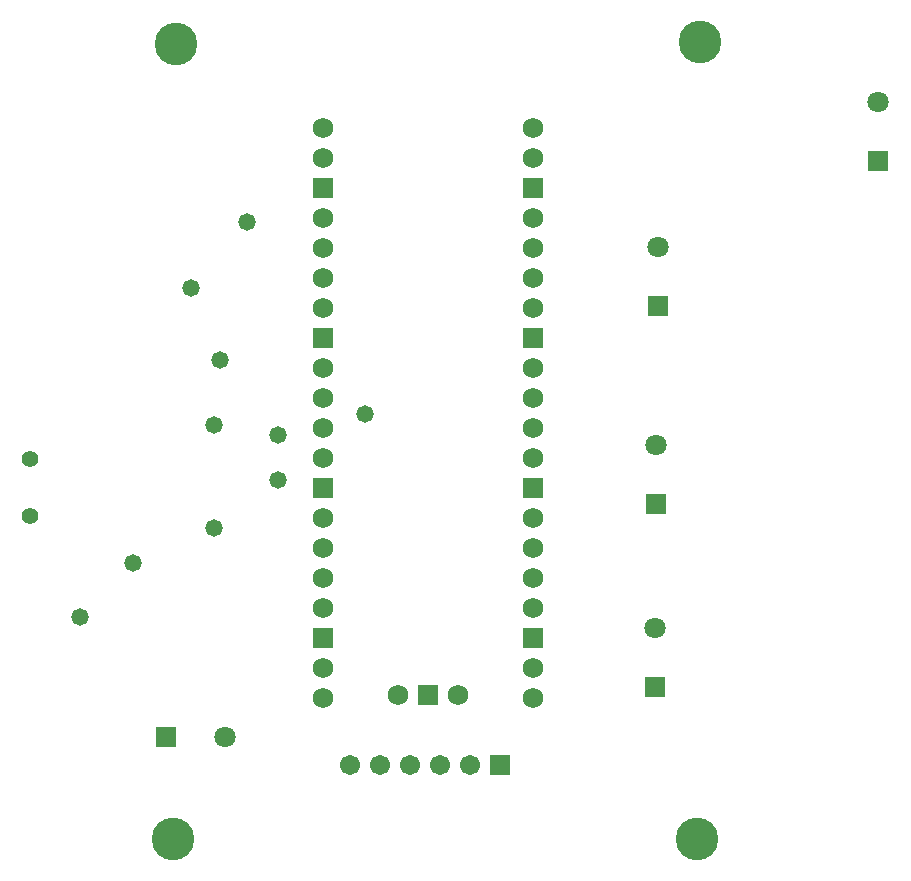
<source format=gbs>
G04*
G04 #@! TF.GenerationSoftware,Altium Limited,Altium Designer,22.5.1 (42)*
G04*
G04 Layer_Color=16711935*
%FSLAX25Y25*%
%MOIN*%
G70*
G04*
G04 #@! TF.SameCoordinates,2259C19E-8C9C-4015-8B10-9D1C86A6F0C8*
G04*
G04*
G04 #@! TF.FilePolarity,Negative*
G04*
G01*
G75*
%ADD38C,0.06800*%
%ADD39R,0.06800X0.06800*%
%ADD40C,0.14200*%
%ADD41R,0.07099X0.07099*%
%ADD42C,0.07099*%
%ADD43R,0.07099X0.07099*%
%ADD44R,0.06706X0.06706*%
%ADD45C,0.06706*%
%ADD46C,0.05493*%
%ADD47C,0.05800*%
D38*
X327799Y404500D02*
D03*
Y394500D02*
D03*
Y374500D02*
D03*
Y364500D02*
D03*
Y354500D02*
D03*
Y344500D02*
D03*
Y324500D02*
D03*
Y314500D02*
D03*
Y304500D02*
D03*
Y294500D02*
D03*
Y274500D02*
D03*
Y264500D02*
D03*
Y254500D02*
D03*
Y244500D02*
D03*
Y224500D02*
D03*
Y214500D02*
D03*
X397799Y224500D02*
D03*
Y244500D02*
D03*
Y254500D02*
D03*
Y264500D02*
D03*
Y274500D02*
D03*
Y294500D02*
D03*
Y304500D02*
D03*
Y314500D02*
D03*
Y324500D02*
D03*
Y344500D02*
D03*
Y354500D02*
D03*
Y364500D02*
D03*
Y374500D02*
D03*
Y394500D02*
D03*
Y404500D02*
D03*
Y214500D02*
D03*
X352799Y215500D02*
D03*
X372799D02*
D03*
D39*
X327799Y384500D02*
D03*
Y334500D02*
D03*
Y284500D02*
D03*
Y234500D02*
D03*
X397799D02*
D03*
Y284500D02*
D03*
Y334500D02*
D03*
Y384500D02*
D03*
X362799Y215500D02*
D03*
D40*
X279000Y432500D02*
D03*
X452500Y167500D02*
D03*
X453500Y433000D02*
D03*
X278000Y167500D02*
D03*
D41*
X513000Y393500D02*
D03*
X439500Y345000D02*
D03*
X438500Y218000D02*
D03*
X439000Y279000D02*
D03*
D42*
X513000Y413185D02*
D03*
X439500Y364685D02*
D03*
X438500Y237685D02*
D03*
X439000Y298685D02*
D03*
X295185Y201500D02*
D03*
D43*
X275500D02*
D03*
D44*
X387000Y192000D02*
D03*
D45*
X377000D02*
D03*
X367000D02*
D03*
X357000D02*
D03*
X347000D02*
D03*
X337000D02*
D03*
D46*
X230166Y275000D02*
D03*
Y294213D02*
D03*
D47*
X342000Y309000D02*
D03*
X293500Y327000D02*
D03*
X247000Y241500D02*
D03*
X284000Y351000D02*
D03*
X291500Y271000D02*
D03*
X264500Y259500D02*
D03*
X302500Y373000D02*
D03*
X313000Y302000D02*
D03*
Y287000D02*
D03*
X291500Y305500D02*
D03*
M02*

</source>
